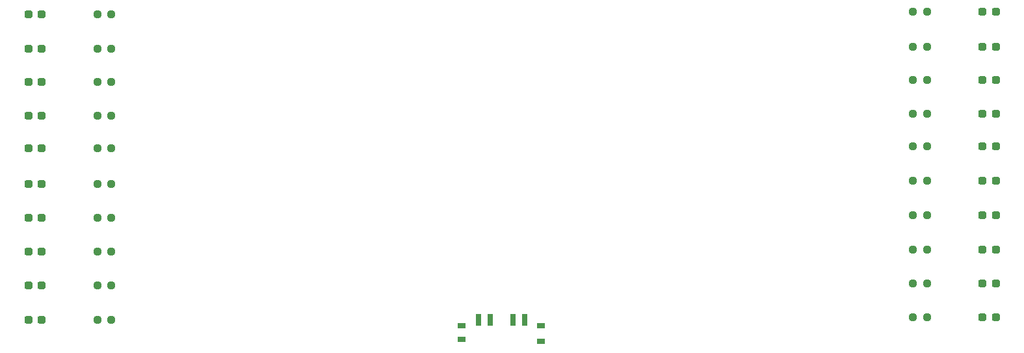
<source format=gtp>
G04 #@! TF.GenerationSoftware,KiCad,Pcbnew,8.0.5*
G04 #@! TF.CreationDate,2025-02-21T17:38:32-06:00*
G04 #@! TF.ProjectId,ArmorPlate,41726d6f-7250-46c6-9174-652e6b696361,rev?*
G04 #@! TF.SameCoordinates,Original*
G04 #@! TF.FileFunction,Paste,Top*
G04 #@! TF.FilePolarity,Positive*
%FSLAX46Y46*%
G04 Gerber Fmt 4.6, Leading zero omitted, Abs format (unit mm)*
G04 Created by KiCad (PCBNEW 8.0.5) date 2025-02-21 17:38:32*
%MOMM*%
%LPD*%
G01*
G04 APERTURE LIST*
G04 Aperture macros list*
%AMRoundRect*
0 Rectangle with rounded corners*
0 $1 Rounding radius*
0 $2 $3 $4 $5 $6 $7 $8 $9 X,Y pos of 4 corners*
0 Add a 4 corners polygon primitive as box body*
4,1,4,$2,$3,$4,$5,$6,$7,$8,$9,$2,$3,0*
0 Add four circle primitives for the rounded corners*
1,1,$1+$1,$2,$3*
1,1,$1+$1,$4,$5*
1,1,$1+$1,$6,$7*
1,1,$1+$1,$8,$9*
0 Add four rect primitives between the rounded corners*
20,1,$1+$1,$2,$3,$4,$5,0*
20,1,$1+$1,$4,$5,$6,$7,0*
20,1,$1+$1,$6,$7,$8,$9,0*
20,1,$1+$1,$8,$9,$2,$3,0*%
G04 Aperture macros list end*
%ADD10RoundRect,0.237500X0.250000X0.237500X-0.250000X0.237500X-0.250000X-0.237500X0.250000X-0.237500X0*%
%ADD11R,0.700000X1.500000*%
%ADD12R,1.000000X0.800000*%
%ADD13RoundRect,0.237500X-0.250000X-0.237500X0.250000X-0.237500X0.250000X0.237500X-0.250000X0.237500X0*%
%ADD14RoundRect,0.237500X0.287500X0.237500X-0.287500X0.237500X-0.287500X-0.237500X0.287500X-0.237500X0*%
%ADD15RoundRect,0.237500X-0.287500X-0.237500X0.287500X-0.237500X0.287500X0.237500X-0.287500X0.237500X0*%
G04 APERTURE END LIST*
D10*
X97845000Y-97345559D03*
X96020000Y-97345559D03*
D11*
X145630000Y-115090000D03*
X147130000Y-115090000D03*
X150130000Y-115090000D03*
X151630000Y-115090000D03*
D12*
X143480000Y-115790000D03*
X143480000Y-117630000D03*
X153780000Y-117890000D03*
X153780000Y-115790000D03*
D13*
X202205000Y-96976663D03*
X204030000Y-96976663D03*
D14*
X88780000Y-88503337D03*
X87030000Y-88503337D03*
D10*
X97845000Y-92740000D03*
X96020000Y-92740000D03*
D15*
X211270000Y-79476663D03*
X213020000Y-79476663D03*
D13*
X202205000Y-101476663D03*
X204030000Y-101476663D03*
D10*
X97845000Y-88503337D03*
X96020000Y-88503337D03*
X97845000Y-79740000D03*
X96020000Y-79740000D03*
D15*
X211270000Y-96976663D03*
X213020000Y-96976663D03*
D14*
X88780000Y-115030004D03*
X87030000Y-115030004D03*
X88780000Y-101766670D03*
X87030000Y-101766670D03*
X88780000Y-106187781D03*
X87030000Y-106187781D03*
D15*
X211270000Y-114766667D03*
X213020000Y-114766667D03*
D10*
X97845000Y-75240004D03*
X96020000Y-75240004D03*
X97845000Y-106187781D03*
X96020000Y-106187781D03*
X97845000Y-101766670D03*
X96020000Y-101766670D03*
D15*
X211270000Y-83818889D03*
X213020000Y-83818889D03*
D13*
X202205000Y-88240000D03*
X204030000Y-88240000D03*
D15*
X211270000Y-101476663D03*
X213020000Y-101476663D03*
X211270000Y-92476663D03*
X213020000Y-92476663D03*
D13*
X202232500Y-114766667D03*
X204057500Y-114766667D03*
D14*
X88780000Y-84082226D03*
X87030000Y-84082226D03*
D13*
X202205000Y-79476663D03*
X204030000Y-79476663D03*
D14*
X88780000Y-75240004D03*
X87030000Y-75240004D03*
D15*
X211270000Y-88240000D03*
X213020000Y-88240000D03*
X211270000Y-110345555D03*
X213020000Y-110345555D03*
D13*
X202205000Y-83818889D03*
X204030000Y-83818889D03*
D15*
X211270000Y-105924444D03*
X213020000Y-105924444D03*
X211270000Y-74976663D03*
X213020000Y-74976663D03*
D14*
X88780000Y-79740000D03*
X87030000Y-79740000D03*
D13*
X202205000Y-105924444D03*
X204030000Y-105924444D03*
D10*
X97845000Y-115030004D03*
X96020000Y-115030004D03*
D13*
X202205000Y-74976663D03*
X204030000Y-74976663D03*
X202205000Y-92476663D03*
X204030000Y-92476663D03*
D14*
X88780000Y-92740000D03*
X87030000Y-92740000D03*
X88780000Y-97345559D03*
X87030000Y-97345559D03*
D10*
X97845000Y-84082226D03*
X96020000Y-84082226D03*
D14*
X88780000Y-110608892D03*
X87030000Y-110608892D03*
D10*
X97845000Y-110608892D03*
X96020000Y-110608892D03*
D13*
X202205000Y-110345555D03*
X204030000Y-110345555D03*
M02*

</source>
